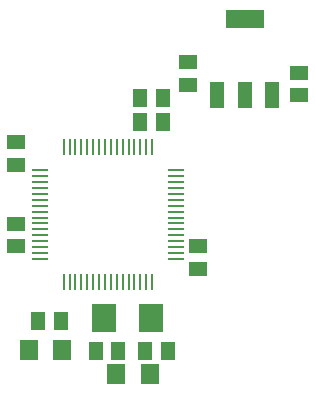
<source format=gbp>
G04 Layer_Color=128*
%FSLAX24Y24*%
%MOIN*%
G70*
G01*
G75*
%ADD11R,0.0512X0.0591*%
%ADD12R,0.0591X0.0512*%
%ADD29R,0.1299X0.0630*%
%ADD30R,0.0472X0.0866*%
%ADD31R,0.0787X0.0945*%
%ADD32R,0.0630X0.0709*%
%ADD33R,0.0531X0.0114*%
%ADD34R,0.0114X0.0531*%
D11*
X8666Y10187D02*
D03*
X7918D02*
D03*
X8666Y10974D02*
D03*
X7918D02*
D03*
X6442Y2534D02*
D03*
X7190D02*
D03*
X8839D02*
D03*
X8091D02*
D03*
X5266Y3543D02*
D03*
X4518D02*
D03*
D12*
X9523Y12160D02*
D03*
Y11412D02*
D03*
X13214Y11821D02*
D03*
Y11073D02*
D03*
X3789Y6772D02*
D03*
Y6024D02*
D03*
X3789Y8750D02*
D03*
Y9498D02*
D03*
X9843Y6033D02*
D03*
Y5285D02*
D03*
D29*
X11393Y13602D02*
D03*
D30*
X12298Y11083D02*
D03*
X11393D02*
D03*
X10487D02*
D03*
D31*
X6693Y3642D02*
D03*
X8268D02*
D03*
D32*
X7126Y1772D02*
D03*
X8228D02*
D03*
X4213Y2559D02*
D03*
X5315D02*
D03*
D33*
X4587Y5610D02*
D03*
Y5807D02*
D03*
Y6004D02*
D03*
Y6201D02*
D03*
Y6398D02*
D03*
Y6594D02*
D03*
Y6791D02*
D03*
Y6988D02*
D03*
Y7185D02*
D03*
Y7382D02*
D03*
Y7579D02*
D03*
Y7776D02*
D03*
Y7972D02*
D03*
Y8169D02*
D03*
Y8366D02*
D03*
Y8563D02*
D03*
X9094D02*
D03*
Y8366D02*
D03*
Y8169D02*
D03*
Y7972D02*
D03*
Y7776D02*
D03*
Y7579D02*
D03*
Y7382D02*
D03*
Y7185D02*
D03*
Y6988D02*
D03*
Y6791D02*
D03*
Y6594D02*
D03*
Y6398D02*
D03*
Y6201D02*
D03*
Y6004D02*
D03*
Y5807D02*
D03*
Y5610D02*
D03*
D34*
X8317Y4833D02*
D03*
X8120D02*
D03*
X7923D02*
D03*
X7726D02*
D03*
X7530D02*
D03*
X7333D02*
D03*
X7136D02*
D03*
X6939D02*
D03*
X6742D02*
D03*
X6545D02*
D03*
X6348D02*
D03*
X6152D02*
D03*
X5955D02*
D03*
X5758D02*
D03*
X5561D02*
D03*
X5364D02*
D03*
X5364Y9341D02*
D03*
X5561D02*
D03*
X5758D02*
D03*
X5955D02*
D03*
X6152D02*
D03*
X6348D02*
D03*
X6545D02*
D03*
X6742D02*
D03*
X6939D02*
D03*
X7136D02*
D03*
X7333D02*
D03*
X7530D02*
D03*
X7726D02*
D03*
X7923D02*
D03*
X8120D02*
D03*
X8317D02*
D03*
M02*

</source>
